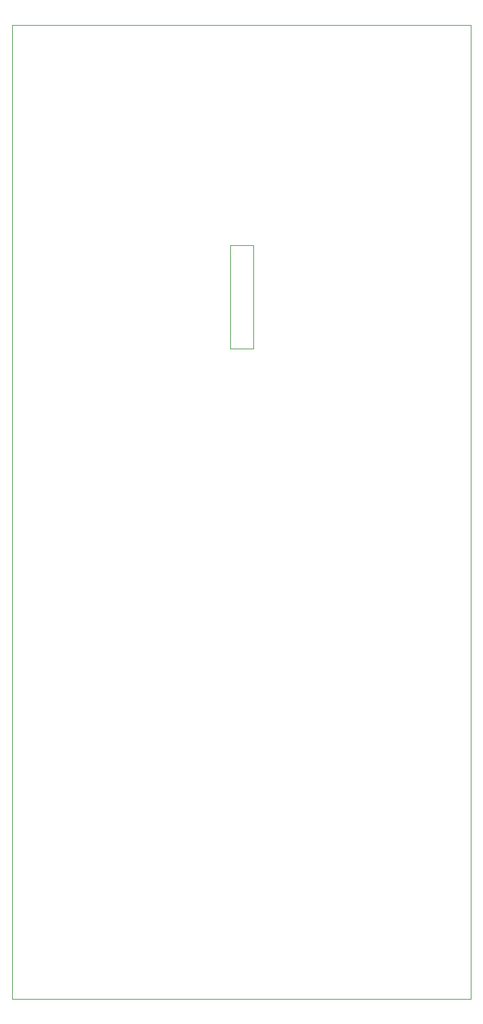
<source format=gm1>
G04 #@! TF.GenerationSoftware,KiCad,Pcbnew,7.0.5-0*
G04 #@! TF.CreationDate,2024-05-01T14:30:59-07:00*
G04 #@! TF.ProjectId,Sampler-built-FACEPLATE,53616d70-6c65-4722-9d62-75696c742d46,rev?*
G04 #@! TF.SameCoordinates,PX8165000PY80deb90*
G04 #@! TF.FileFunction,Profile,NP*
%FSLAX46Y46*%
G04 Gerber Fmt 4.6, Leading zero omitted, Abs format (unit mm)*
G04 Created by KiCad (PCBNEW 7.0.5-0) date 2024-05-01 14:30:59*
%MOMM*%
%LPD*%
G01*
G04 APERTURE LIST*
G04 #@! TA.AperFunction,Profile*
%ADD10C,0.100000*%
G04 #@! TD*
G04 #@! TA.AperFunction,Profile*
%ADD11C,0.050000*%
G04 #@! TD*
G04 APERTURE END LIST*
D10*
X60545000Y128450000D02*
X60545000Y-50000D01*
X-55000Y128450000D02*
X-55000Y-50000D01*
X-55000Y128450000D02*
X60545000Y128450000D01*
X-55000Y-50000D02*
X60545000Y-50000D01*
D11*
X28740000Y85740000D02*
X28740000Y99340000D01*
X31850000Y85740000D02*
X28740000Y85740000D01*
X31850000Y99340000D02*
X31850000Y85750000D01*
X28740000Y99350000D02*
X31840000Y99350000D01*
M02*

</source>
